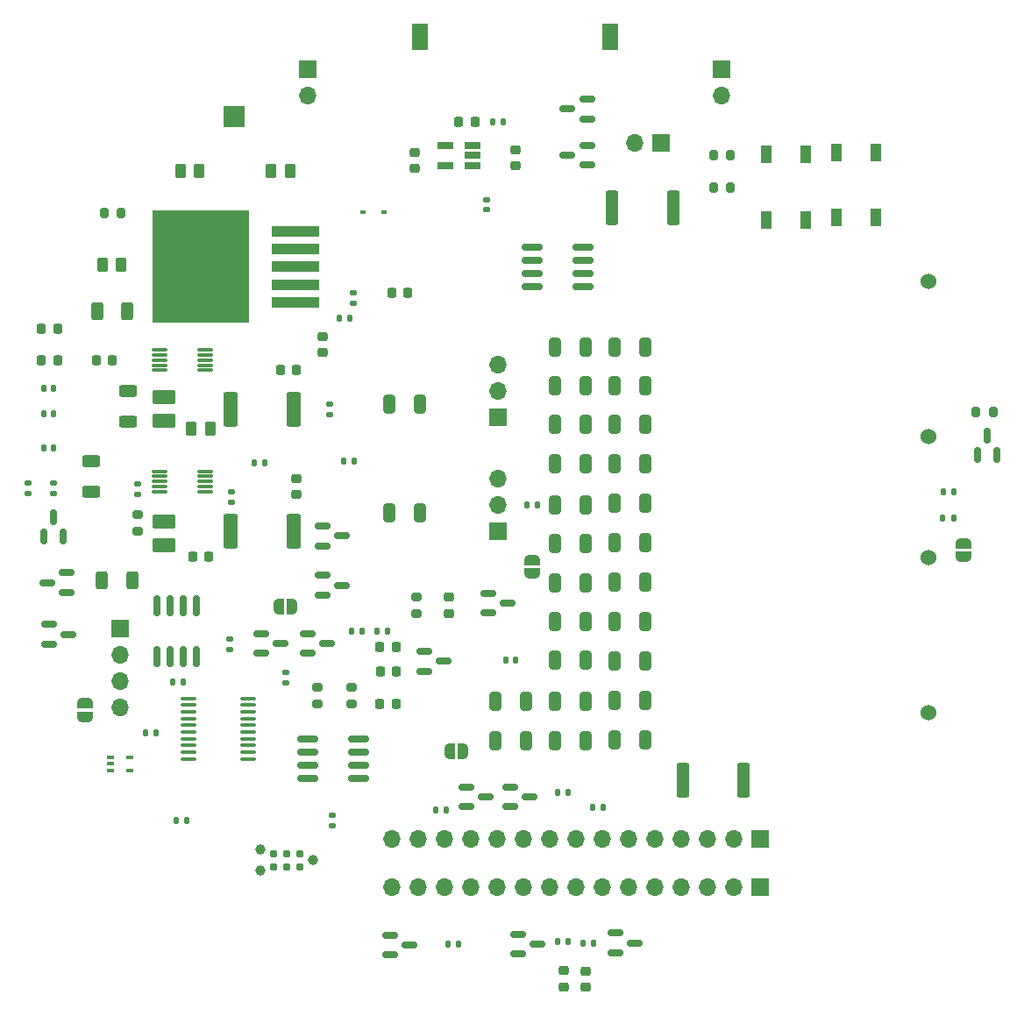
<source format=gbr>
%TF.GenerationSoftware,KiCad,Pcbnew,(6.0.7-1)-1*%
%TF.CreationDate,2022-10-12T21:51:45+02:00*%
%TF.ProjectId,Power_Management_Module,506f7765-725f-44d6-916e-6167656d656e,rev?*%
%TF.SameCoordinates,Original*%
%TF.FileFunction,Soldermask,Top*%
%TF.FilePolarity,Negative*%
%FSLAX46Y46*%
G04 Gerber Fmt 4.6, Leading zero omitted, Abs format (unit mm)*
G04 Created by KiCad (PCBNEW (6.0.7-1)-1) date 2022-10-12 21:51:45*
%MOMM*%
%LPD*%
G01*
G04 APERTURE LIST*
G04 Aperture macros list*
%AMRoundRect*
0 Rectangle with rounded corners*
0 $1 Rounding radius*
0 $2 $3 $4 $5 $6 $7 $8 $9 X,Y pos of 4 corners*
0 Add a 4 corners polygon primitive as box body*
4,1,4,$2,$3,$4,$5,$6,$7,$8,$9,$2,$3,0*
0 Add four circle primitives for the rounded corners*
1,1,$1+$1,$2,$3*
1,1,$1+$1,$4,$5*
1,1,$1+$1,$6,$7*
1,1,$1+$1,$8,$9*
0 Add four rect primitives between the rounded corners*
20,1,$1+$1,$2,$3,$4,$5,0*
20,1,$1+$1,$4,$5,$6,$7,0*
20,1,$1+$1,$6,$7,$8,$9,0*
20,1,$1+$1,$8,$9,$2,$3,0*%
%AMFreePoly0*
4,1,22,0.500000,-0.750000,0.000000,-0.750000,0.000000,-0.745033,-0.079941,-0.743568,-0.215256,-0.701293,-0.333266,-0.622738,-0.424486,-0.514219,-0.481581,-0.384460,-0.499164,-0.250000,-0.500000,-0.250000,-0.500000,0.250000,-0.499164,0.250000,-0.499963,0.256109,-0.478152,0.396186,-0.417904,0.524511,-0.324060,0.630769,-0.204165,0.706417,-0.067858,0.745374,0.000000,0.744959,0.000000,0.750000,
0.500000,0.750000,0.500000,-0.750000,0.500000,-0.750000,$1*%
%AMFreePoly1*
4,1,20,0.000000,0.744959,0.073905,0.744508,0.209726,0.703889,0.328688,0.626782,0.421226,0.519385,0.479903,0.390333,0.500000,0.250000,0.500000,-0.250000,0.499851,-0.262216,0.476331,-0.402017,0.414519,-0.529596,0.319384,-0.634700,0.198574,-0.708877,0.061801,-0.746166,0.000000,-0.745033,0.000000,-0.750000,-0.500000,-0.750000,-0.500000,0.750000,0.000000,0.750000,0.000000,0.744959,
0.000000,0.744959,$1*%
G04 Aperture macros list end*
%ADD10RoundRect,0.250000X0.325000X0.650000X-0.325000X0.650000X-0.325000X-0.650000X0.325000X-0.650000X0*%
%ADD11RoundRect,0.250000X-0.262500X-0.450000X0.262500X-0.450000X0.262500X0.450000X-0.262500X0.450000X0*%
%ADD12RoundRect,0.135000X0.135000X0.185000X-0.135000X0.185000X-0.135000X-0.185000X0.135000X-0.185000X0*%
%ADD13C,0.990600*%
%ADD14C,0.787400*%
%ADD15R,1.700000X1.700000*%
%ADD16O,1.700000X1.700000*%
%ADD17RoundRect,0.250001X-0.849999X0.462499X-0.849999X-0.462499X0.849999X-0.462499X0.849999X0.462499X0*%
%ADD18RoundRect,0.225000X0.250000X-0.225000X0.250000X0.225000X-0.250000X0.225000X-0.250000X-0.225000X0*%
%ADD19RoundRect,0.225000X-0.225000X-0.250000X0.225000X-0.250000X0.225000X0.250000X-0.225000X0.250000X0*%
%ADD20RoundRect,0.135000X0.185000X-0.135000X0.185000X0.135000X-0.185000X0.135000X-0.185000X-0.135000X0*%
%ADD21RoundRect,0.135000X-0.135000X-0.185000X0.135000X-0.185000X0.135000X0.185000X-0.135000X0.185000X0*%
%ADD22R,1.500000X2.500000*%
%ADD23RoundRect,0.135000X-0.185000X0.135000X-0.185000X-0.135000X0.185000X-0.135000X0.185000X0.135000X0*%
%ADD24RoundRect,0.250000X-0.312500X-0.625000X0.312500X-0.625000X0.312500X0.625000X-0.312500X0.625000X0*%
%ADD25RoundRect,0.150000X-0.825000X-0.150000X0.825000X-0.150000X0.825000X0.150000X-0.825000X0.150000X0*%
%ADD26RoundRect,0.200000X-0.275000X0.200000X-0.275000X-0.200000X0.275000X-0.200000X0.275000X0.200000X0*%
%ADD27RoundRect,0.150000X-0.150000X0.825000X-0.150000X-0.825000X0.150000X-0.825000X0.150000X0.825000X0*%
%ADD28RoundRect,0.225000X0.225000X0.250000X-0.225000X0.250000X-0.225000X-0.250000X0.225000X-0.250000X0*%
%ADD29R,1.000000X1.700000*%
%ADD30R,1.560000X0.650000*%
%ADD31RoundRect,0.100000X0.637500X0.100000X-0.637500X0.100000X-0.637500X-0.100000X0.637500X-0.100000X0*%
%ADD32RoundRect,0.150000X0.150000X-0.587500X0.150000X0.587500X-0.150000X0.587500X-0.150000X-0.587500X0*%
%ADD33RoundRect,0.150000X-0.587500X-0.150000X0.587500X-0.150000X0.587500X0.150000X-0.587500X0.150000X0*%
%ADD34RoundRect,0.075000X-0.650000X-0.075000X0.650000X-0.075000X0.650000X0.075000X-0.650000X0.075000X0*%
%ADD35R,0.650000X0.400000*%
%ADD36RoundRect,0.218750X0.218750X0.256250X-0.218750X0.256250X-0.218750X-0.256250X0.218750X-0.256250X0*%
%ADD37RoundRect,0.250000X-0.325000X-0.650000X0.325000X-0.650000X0.325000X0.650000X-0.325000X0.650000X0*%
%ADD38RoundRect,0.200000X-0.200000X-0.275000X0.200000X-0.275000X0.200000X0.275000X-0.200000X0.275000X0*%
%ADD39RoundRect,0.250000X-0.362500X-1.425000X0.362500X-1.425000X0.362500X1.425000X-0.362500X1.425000X0*%
%ADD40RoundRect,0.200000X0.275000X-0.200000X0.275000X0.200000X-0.275000X0.200000X-0.275000X-0.200000X0*%
%ADD41RoundRect,0.150000X0.825000X0.150000X-0.825000X0.150000X-0.825000X-0.150000X0.825000X-0.150000X0*%
%ADD42R,0.600000X0.450000*%
%ADD43RoundRect,0.218750X0.256250X-0.218750X0.256250X0.218750X-0.256250X0.218750X-0.256250X-0.218750X0*%
%ADD44FreePoly0,270.000000*%
%ADD45FreePoly1,270.000000*%
%ADD46R,2.000000X2.000000*%
%ADD47RoundRect,0.140000X-0.140000X-0.170000X0.140000X-0.170000X0.140000X0.170000X-0.140000X0.170000X0*%
%ADD48RoundRect,0.150000X0.587500X0.150000X-0.587500X0.150000X-0.587500X-0.150000X0.587500X-0.150000X0*%
%ADD49C,1.524000*%
%ADD50FreePoly0,90.000000*%
%ADD51FreePoly1,90.000000*%
%ADD52RoundRect,0.140000X0.170000X-0.140000X0.170000X0.140000X-0.170000X0.140000X-0.170000X-0.140000X0*%
%ADD53FreePoly0,0.000000*%
%ADD54FreePoly1,0.000000*%
%ADD55R,4.600000X1.100000*%
%ADD56R,9.400000X10.800000*%
%ADD57RoundRect,0.249999X0.450001X1.425001X-0.450001X1.425001X-0.450001X-1.425001X0.450001X-1.425001X0*%
%ADD58RoundRect,0.250000X0.625000X-0.312500X0.625000X0.312500X-0.625000X0.312500X-0.625000X-0.312500X0*%
%ADD59RoundRect,0.200000X0.200000X0.275000X-0.200000X0.275000X-0.200000X-0.275000X0.200000X-0.275000X0*%
G04 APERTURE END LIST*
D10*
%TO.C,C18*%
X160780000Y-112470000D03*
X157830000Y-112470000D03*
%TD*%
D11*
%TO.C,R46*%
X108362500Y-70350000D03*
X110187500Y-70350000D03*
%TD*%
D12*
%TO.C,R26*%
X124060000Y-89450000D03*
X123040000Y-89450000D03*
%TD*%
D13*
%TO.C,J3*%
X123610000Y-128866000D03*
X123610000Y-126834000D03*
X128690000Y-127850000D03*
D14*
X127420000Y-127215000D03*
X127420000Y-128485000D03*
X126150000Y-127215000D03*
X126150000Y-128485000D03*
X124880000Y-127215000D03*
X124880000Y-128485000D03*
%TD*%
D15*
%TO.C,J8*%
X171857500Y-125817500D03*
D16*
X169317500Y-125817500D03*
X166777500Y-125817500D03*
X164237500Y-125817500D03*
X161697500Y-125817500D03*
X159157500Y-125817500D03*
X156617500Y-125817500D03*
X154077500Y-125817500D03*
X151537500Y-125817500D03*
X148997500Y-125817500D03*
X146457500Y-125817500D03*
X143917500Y-125817500D03*
X141377500Y-125817500D03*
X138837500Y-125817500D03*
X136297500Y-125817500D03*
%TD*%
D10*
%TO.C,C26*%
X160775000Y-82050000D03*
X157825000Y-82050000D03*
%TD*%
D17*
%TO.C,L2*%
X114300000Y-83137500D03*
X114300000Y-85462500D03*
%TD*%
D18*
%TO.C,C3*%
X138550000Y-61075000D03*
X138550000Y-59525000D03*
%TD*%
D19*
%TO.C,C2*%
X136305000Y-73100000D03*
X137855000Y-73100000D03*
%TD*%
D10*
%TO.C,C34*%
X155025000Y-93550000D03*
X152075000Y-93550000D03*
%TD*%
D20*
%TO.C,R35*%
X111800000Y-92560000D03*
X111800000Y-91540000D03*
%TD*%
D12*
%TO.C,R15*%
X142720000Y-136000000D03*
X141700000Y-136000000D03*
%TD*%
D21*
%TO.C,R21*%
X152340000Y-135750000D03*
X153360000Y-135750000D03*
%TD*%
D15*
%TO.C,J10*%
X146550000Y-96050000D03*
D16*
X146550000Y-93510000D03*
X146550000Y-90970000D03*
%TD*%
D22*
%TO.C,SW2*%
X139000000Y-48335000D03*
X157400000Y-48335000D03*
%TD*%
D20*
%TO.C,R33*%
X130300000Y-84810000D03*
X130300000Y-83790000D03*
%TD*%
D23*
%TO.C,R13*%
X120650000Y-106530000D03*
X120650000Y-107550000D03*
%TD*%
D15*
%TO.C,J37*%
X162300000Y-58550000D03*
D16*
X159760000Y-58550000D03*
%TD*%
D10*
%TO.C,C27*%
X160775000Y-78300000D03*
X157825000Y-78300000D03*
%TD*%
D24*
%TO.C,R41*%
X107837500Y-74800000D03*
X110762500Y-74800000D03*
%TD*%
D25*
%TO.C,U1*%
X149845000Y-68655000D03*
X149845000Y-69925000D03*
X149845000Y-71195000D03*
X149845000Y-72465000D03*
X154795000Y-72465000D03*
X154795000Y-71195000D03*
X154795000Y-69925000D03*
X154795000Y-68655000D03*
%TD*%
D20*
%TO.C,R12*%
X126050000Y-110760000D03*
X126050000Y-109740000D03*
%TD*%
D19*
%TO.C,C44*%
X117075000Y-98550000D03*
X118625000Y-98550000D03*
%TD*%
D11*
%TO.C,R5*%
X115887500Y-61300000D03*
X117712500Y-61300000D03*
%TD*%
D26*
%TO.C,R8*%
X138650000Y-102425000D03*
X138650000Y-104075000D03*
%TD*%
D27*
%TO.C,U6*%
X117455000Y-103275000D03*
X116185000Y-103275000D03*
X114915000Y-103275000D03*
X113645000Y-103275000D03*
X113645000Y-108225000D03*
X114915000Y-108225000D03*
X116185000Y-108225000D03*
X117455000Y-108225000D03*
%TD*%
D28*
%TO.C,C8*%
X136750000Y-109650000D03*
X135200000Y-109650000D03*
%TD*%
D29*
%TO.C,SW3*%
X179250000Y-65800000D03*
X179250000Y-59500000D03*
X183050000Y-59500000D03*
X183050000Y-65800000D03*
%TD*%
D10*
%TO.C,C36*%
X155025000Y-85800000D03*
X152075000Y-85800000D03*
%TD*%
D19*
%TO.C,C10*%
X102475000Y-76550000D03*
X104025000Y-76550000D03*
%TD*%
D30*
%TO.C,U3*%
X144150000Y-60750000D03*
X144150000Y-59800000D03*
X144150000Y-58850000D03*
X141450000Y-58850000D03*
X141450000Y-60750000D03*
%TD*%
D31*
%TO.C,U5*%
X122412500Y-118075000D03*
X122412500Y-117425000D03*
X122412500Y-116775000D03*
X122412500Y-116125000D03*
X122412500Y-115475000D03*
X122412500Y-114825000D03*
X122412500Y-114175000D03*
X122412500Y-113525000D03*
X122412500Y-112875000D03*
X122412500Y-112225000D03*
X116687500Y-112225000D03*
X116687500Y-112875000D03*
X116687500Y-113525000D03*
X116687500Y-114175000D03*
X116687500Y-114825000D03*
X116687500Y-115475000D03*
X116687500Y-116125000D03*
X116687500Y-116775000D03*
X116687500Y-117425000D03*
X116687500Y-118075000D03*
%TD*%
D21*
%TO.C,R28*%
X112530000Y-115550000D03*
X113550000Y-115550000D03*
%TD*%
D32*
%TO.C,Q13*%
X102700000Y-96587500D03*
X104600000Y-96587500D03*
X103650000Y-94712500D03*
%TD*%
D17*
%TO.C,L1*%
X114300000Y-95137500D03*
X114300000Y-97462500D03*
%TD*%
D21*
%TO.C,R27*%
X152340000Y-121350000D03*
X153360000Y-121350000D03*
%TD*%
D10*
%TO.C,C35*%
X155025000Y-89550000D03*
X152075000Y-89550000D03*
%TD*%
D15*
%TO.C,J12*%
X128190000Y-51505000D03*
D16*
X128190000Y-54045000D03*
%TD*%
D33*
%TO.C,Q5*%
X128212500Y-106000000D03*
X128212500Y-107900000D03*
X130087500Y-106950000D03*
%TD*%
D18*
%TO.C,C45*%
X129650000Y-78825000D03*
X129650000Y-77275000D03*
%TD*%
D10*
%TO.C,C32*%
X155025000Y-101050000D03*
X152075000Y-101050000D03*
%TD*%
D12*
%TO.C,R36*%
X132250000Y-75550000D03*
X131230000Y-75550000D03*
%TD*%
D34*
%TO.C,U8*%
X113850000Y-90300000D03*
X113850000Y-90800000D03*
X113850000Y-91300000D03*
X113850000Y-91800000D03*
X113850000Y-92300000D03*
X118250000Y-92300000D03*
X118250000Y-91800000D03*
X118250000Y-91300000D03*
X118250000Y-90800000D03*
X118250000Y-90300000D03*
%TD*%
D10*
%TO.C,C20*%
X160780000Y-104850000D03*
X157830000Y-104850000D03*
%TD*%
D21*
%TO.C,R7*%
X146040000Y-56550000D03*
X147060000Y-56550000D03*
%TD*%
D10*
%TO.C,C21*%
X160780000Y-101040000D03*
X157830000Y-101040000D03*
%TD*%
D35*
%TO.C,U7*%
X109100000Y-117900000D03*
X109100000Y-118550000D03*
X109100000Y-119200000D03*
X111000000Y-119200000D03*
X111000000Y-117900000D03*
%TD*%
D32*
%TO.C,Q8*%
X192850000Y-88737500D03*
X194750000Y-88737500D03*
X193800000Y-86862500D03*
%TD*%
D10*
%TO.C,C23*%
X160780000Y-93420000D03*
X157830000Y-93420000D03*
%TD*%
D36*
%TO.C,D2*%
X136750000Y-112750000D03*
X135175000Y-112750000D03*
%TD*%
D28*
%TO.C,C7*%
X136725000Y-107250000D03*
X135175000Y-107250000D03*
%TD*%
D10*
%TO.C,C16*%
X160780000Y-116280000D03*
X157830000Y-116280000D03*
%TD*%
D37*
%TO.C,C47*%
X136075000Y-83800000D03*
X139025000Y-83800000D03*
%TD*%
D38*
%TO.C,R17*%
X192725000Y-84550000D03*
X194375000Y-84550000D03*
%TD*%
D39*
%TO.C,R3*%
X157612500Y-64845000D03*
X163537500Y-64845000D03*
%TD*%
D21*
%TO.C,R18*%
X189540000Y-92300000D03*
X190560000Y-92300000D03*
%TD*%
%TO.C,R24*%
X115530000Y-124050000D03*
X116550000Y-124050000D03*
%TD*%
D40*
%TO.C,R11*%
X129150000Y-112800000D03*
X129150000Y-111150000D03*
%TD*%
D11*
%TO.C,R6*%
X124637500Y-61300000D03*
X126462500Y-61300000D03*
%TD*%
D41*
%TO.C,U4*%
X133125000Y-119955000D03*
X133125000Y-118685000D03*
X133125000Y-117415000D03*
X133125000Y-116145000D03*
X128175000Y-116145000D03*
X128175000Y-117415000D03*
X128175000Y-118685000D03*
X128175000Y-119955000D03*
%TD*%
D12*
%TO.C,R29*%
X116160000Y-110650000D03*
X115140000Y-110650000D03*
%TD*%
D42*
%TO.C,D1*%
X133500000Y-65300000D03*
X135600000Y-65300000D03*
%TD*%
D43*
%TO.C,D3*%
X155050000Y-140137500D03*
X155050000Y-138562500D03*
%TD*%
D19*
%TO.C,C42*%
X107775000Y-79550000D03*
X109325000Y-79550000D03*
%TD*%
D21*
%TO.C,R19*%
X189530000Y-94800000D03*
X190550000Y-94800000D03*
%TD*%
D10*
%TO.C,C31*%
X155025000Y-104800000D03*
X152075000Y-104800000D03*
%TD*%
D21*
%TO.C,R43*%
X132430000Y-105750000D03*
X133450000Y-105750000D03*
%TD*%
D33*
%TO.C,Q9*%
X157912500Y-134900000D03*
X157912500Y-136800000D03*
X159787500Y-135850000D03*
%TD*%
D44*
%TO.C,JP7*%
X191550000Y-97250000D03*
D45*
X191550000Y-98550000D03*
%TD*%
D33*
%TO.C,Q7*%
X136112500Y-135100000D03*
X136112500Y-137000000D03*
X137987500Y-136050000D03*
%TD*%
D46*
%TO.C,TP10*%
X121050000Y-56050000D03*
%TD*%
D47*
%TO.C,C17*%
X147320000Y-108550000D03*
X148280000Y-108550000D03*
%TD*%
D19*
%TO.C,C43*%
X125525000Y-80550000D03*
X127075000Y-80550000D03*
%TD*%
D10*
%TO.C,C37*%
X155025000Y-82050000D03*
X152075000Y-82050000D03*
%TD*%
D47*
%TO.C,C12*%
X102690000Y-82250000D03*
X103650000Y-82250000D03*
%TD*%
D19*
%TO.C,C5*%
X142775000Y-56550000D03*
X144325000Y-56550000D03*
%TD*%
D48*
%TO.C,Q11*%
X104887500Y-102000000D03*
X104887500Y-100100000D03*
X103012500Y-101050000D03*
%TD*%
D20*
%TO.C,R22*%
X101150000Y-92470000D03*
X101150000Y-91450000D03*
%TD*%
D11*
%TO.C,R37*%
X116937500Y-86150000D03*
X118762500Y-86150000D03*
%TD*%
D21*
%TO.C,R42*%
X131640000Y-89350000D03*
X132660000Y-89350000D03*
%TD*%
D49*
%TO.C,C15*%
X188115000Y-113620000D03*
X188115000Y-98620000D03*
%TD*%
D12*
%TO.C,R20*%
X155760000Y-135850000D03*
X154740000Y-135850000D03*
%TD*%
D43*
%TO.C,D4*%
X152950000Y-140125000D03*
X152950000Y-138550000D03*
%TD*%
D50*
%TO.C,JP4*%
X149850000Y-100150000D03*
D51*
X149850000Y-98850000D03*
%TD*%
D33*
%TO.C,Q14*%
X143512500Y-120800000D03*
X143512500Y-122700000D03*
X145387500Y-121750000D03*
%TD*%
%TO.C,Q4*%
X139412500Y-107700000D03*
X139412500Y-109600000D03*
X141287500Y-108650000D03*
%TD*%
D19*
%TO.C,C11*%
X102475000Y-79550000D03*
X104025000Y-79550000D03*
%TD*%
D33*
%TO.C,Q16*%
X147712500Y-120800000D03*
X147712500Y-122700000D03*
X149587500Y-121750000D03*
%TD*%
D38*
%TO.C,R2*%
X167370000Y-62940000D03*
X169020000Y-62940000D03*
%TD*%
D52*
%TO.C,C1*%
X145450000Y-65010000D03*
X145450000Y-64050000D03*
%TD*%
D47*
%TO.C,C13*%
X102690000Y-84750000D03*
X103650000Y-84750000D03*
%TD*%
D10*
%TO.C,C22*%
X160780000Y-97230000D03*
X157830000Y-97230000D03*
%TD*%
D40*
%TO.C,R10*%
X132450000Y-112800000D03*
X132450000Y-111150000D03*
%TD*%
D12*
%TO.C,R44*%
X156760000Y-122750000D03*
X155740000Y-122750000D03*
%TD*%
D10*
%TO.C,C30*%
X155025000Y-108550000D03*
X152075000Y-108550000D03*
%TD*%
D40*
%TO.C,R34*%
X111800000Y-96125000D03*
X111800000Y-94475000D03*
%TD*%
D53*
%TO.C,JP13*%
X125400000Y-103350000D03*
D54*
X126700000Y-103350000D03*
%TD*%
D10*
%TO.C,C24*%
X160780000Y-89610000D03*
X157830000Y-89610000D03*
%TD*%
%TO.C,C25*%
X160775000Y-85800000D03*
X157825000Y-85800000D03*
%TD*%
D15*
%TO.C,J11*%
X146550000Y-85050000D03*
D16*
X146550000Y-82510000D03*
X146550000Y-79970000D03*
%TD*%
D18*
%TO.C,C48*%
X127050000Y-92550000D03*
X127050000Y-91000000D03*
%TD*%
D23*
%TO.C,R4*%
X132635000Y-73100000D03*
X132635000Y-74120000D03*
%TD*%
D39*
%TO.C,R14*%
X164387500Y-120150000D03*
X170312500Y-120150000D03*
%TD*%
D10*
%TO.C,C29*%
X155025000Y-112550000D03*
X152075000Y-112550000D03*
%TD*%
D15*
%TO.C,J9*%
X168195000Y-51510000D03*
D16*
X168195000Y-54050000D03*
%TD*%
D38*
%TO.C,R1*%
X167370000Y-59765000D03*
X169020000Y-59765000D03*
%TD*%
D55*
%TO.C,U2*%
X126980000Y-73960000D03*
X126980000Y-72260000D03*
D56*
X117830000Y-70560000D03*
D55*
X126980000Y-70560000D03*
X126980000Y-68860000D03*
X126980000Y-67160000D03*
%TD*%
D10*
%TO.C,C19*%
X160780000Y-108660000D03*
X157830000Y-108660000D03*
%TD*%
D33*
%TO.C,Q10*%
X148512500Y-135000000D03*
X148512500Y-136900000D03*
X150387500Y-135950000D03*
%TD*%
D57*
%TO.C,R30*%
X126850000Y-96050000D03*
X120750000Y-96050000D03*
%TD*%
D10*
%TO.C,C38*%
X155025000Y-78300000D03*
X152075000Y-78300000D03*
%TD*%
D24*
%TO.C,R38*%
X108337500Y-100800000D03*
X111262500Y-100800000D03*
%TD*%
D49*
%TO.C,C14*%
X188115000Y-86950000D03*
X188115000Y-71950000D03*
%TD*%
D10*
%TO.C,C28*%
X155025000Y-116300000D03*
X152075000Y-116300000D03*
%TD*%
D15*
%TO.C,J6*%
X110050000Y-105470000D03*
D16*
X110050000Y-108010000D03*
X110050000Y-110550000D03*
X110050000Y-113090000D03*
%TD*%
D53*
%TO.C,JP14*%
X141900000Y-117350000D03*
D54*
X143200000Y-117350000D03*
%TD*%
D33*
%TO.C,Q3*%
X145612500Y-102100000D03*
X145612500Y-104000000D03*
X147487500Y-103050000D03*
%TD*%
D20*
%TO.C,R23*%
X103650000Y-92470000D03*
X103650000Y-91450000D03*
%TD*%
D18*
%TO.C,C6*%
X141850000Y-104025000D03*
X141850000Y-102475000D03*
%TD*%
D47*
%TO.C,C9*%
X102690000Y-88050000D03*
X103650000Y-88050000D03*
%TD*%
D23*
%TO.C,R16*%
X130550000Y-123530000D03*
X130550000Y-124550000D03*
%TD*%
D33*
%TO.C,Q15*%
X129612500Y-95600000D03*
X129612500Y-97500000D03*
X131487500Y-96550000D03*
%TD*%
D47*
%TO.C,C41*%
X149390000Y-93550000D03*
X150350000Y-93550000D03*
%TD*%
D33*
%TO.C,Q6*%
X123712500Y-106000000D03*
X123712500Y-107900000D03*
X125587500Y-106950000D03*
%TD*%
D20*
%TO.C,R31*%
X120800000Y-93310000D03*
X120800000Y-92290000D03*
%TD*%
D57*
%TO.C,R32*%
X126850000Y-84300000D03*
X120750000Y-84300000D03*
%TD*%
D12*
%TO.C,R25*%
X141560000Y-123050000D03*
X140540000Y-123050000D03*
%TD*%
D33*
%TO.C,Q17*%
X129612500Y-100350000D03*
X129612500Y-102250000D03*
X131487500Y-101300000D03*
%TD*%
D37*
%TO.C,C46*%
X136075000Y-94300000D03*
X139025000Y-94300000D03*
%TD*%
D10*
%TO.C,C40*%
X149275000Y-112550000D03*
X146325000Y-112550000D03*
%TD*%
D29*
%TO.C,SW4*%
X172450000Y-59700000D03*
X172450000Y-66000000D03*
X176250000Y-66000000D03*
X176250000Y-59700000D03*
%TD*%
D10*
%TO.C,C39*%
X149275000Y-116300000D03*
X146325000Y-116300000D03*
%TD*%
D48*
%TO.C,Q2*%
X155162500Y-60715000D03*
X155162500Y-58815000D03*
X153287500Y-59765000D03*
%TD*%
D58*
%TO.C,R39*%
X110800000Y-85512500D03*
X110800000Y-82587500D03*
%TD*%
D59*
%TO.C,R45*%
X110175000Y-65350000D03*
X108525000Y-65350000D03*
%TD*%
D33*
%TO.C,Q12*%
X103212500Y-105100000D03*
X103212500Y-107000000D03*
X105087500Y-106050000D03*
%TD*%
D10*
%TO.C,C33*%
X155025000Y-97300000D03*
X152075000Y-97300000D03*
%TD*%
D21*
%TO.C,R9*%
X134850000Y-105750000D03*
X135870000Y-105750000D03*
%TD*%
D50*
%TO.C,JP12*%
X106650000Y-114000000D03*
D51*
X106650000Y-112700000D03*
%TD*%
D15*
%TO.C,J7*%
X171857500Y-130467500D03*
D16*
X169317500Y-130467500D03*
X166777500Y-130467500D03*
X164237500Y-130467500D03*
X161697500Y-130467500D03*
X159157500Y-130467500D03*
X156617500Y-130467500D03*
X154077500Y-130467500D03*
X151537500Y-130467500D03*
X148997500Y-130467500D03*
X146457500Y-130467500D03*
X143917500Y-130467500D03*
X141377500Y-130467500D03*
X138837500Y-130467500D03*
X136297500Y-130467500D03*
%TD*%
D18*
%TO.C,C4*%
X148300000Y-60825000D03*
X148300000Y-59275000D03*
%TD*%
D34*
%TO.C,U9*%
X113850000Y-78550000D03*
X113850000Y-79050000D03*
X113850000Y-79550000D03*
X113850000Y-80050000D03*
X113850000Y-80550000D03*
X118250000Y-80550000D03*
X118250000Y-80050000D03*
X118250000Y-79550000D03*
X118250000Y-79050000D03*
X118250000Y-78550000D03*
%TD*%
D58*
%TO.C,R40*%
X107300000Y-92262500D03*
X107300000Y-89337500D03*
%TD*%
D48*
%TO.C,Q1*%
X155162500Y-56270000D03*
X155162500Y-54370000D03*
X153287500Y-55320000D03*
%TD*%
M02*

</source>
